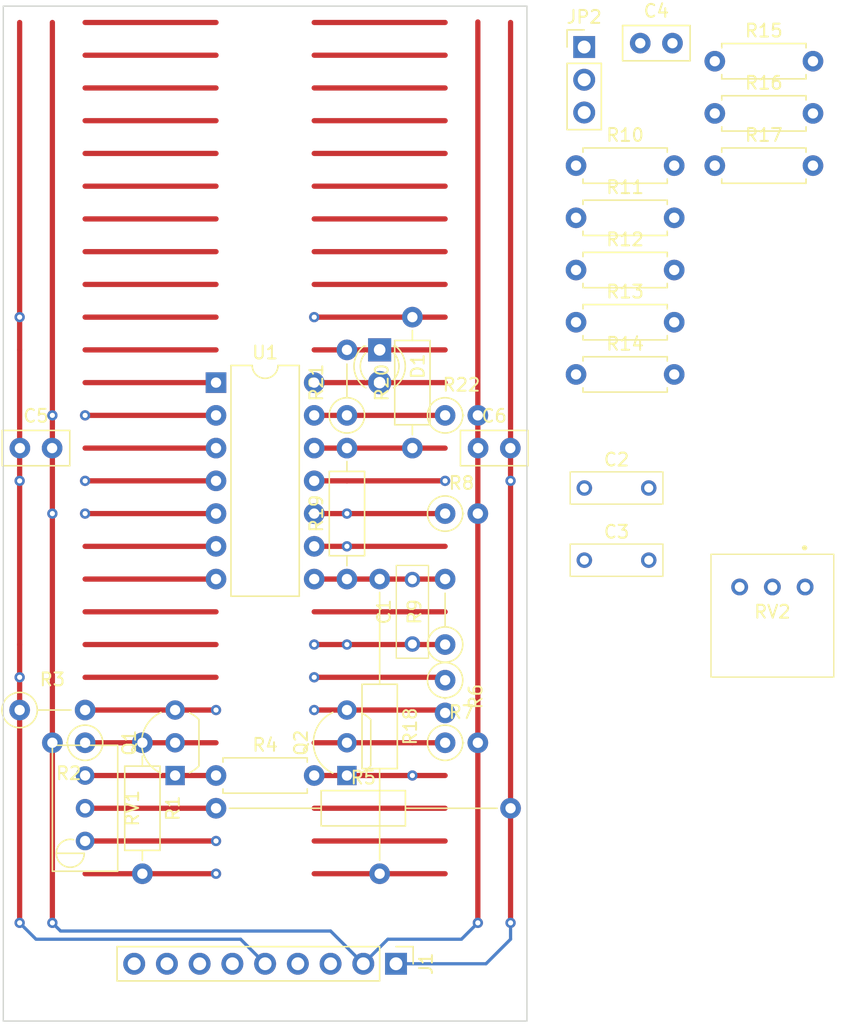
<source format=kicad_pcb>
(kicad_pcb (version 20240108) (generator "pcbnew") (generator_version "8.0")
  (title_block (title "Eurorack ProtoModule") (date "2024-04-26") (rev "1.0") (company "Len Popp") (comment 1 "https://lenp.net/synth/") (comment 2 "Copyright © 2024 Len Popp CC BY") (comment 3 "Layout design for my custom Eurorack breadboard prototyping module"))
  (layers (0 "F.Cu" signal) (1 "In1.Cu" jumper "Wire1.Cu") (2 "In2.Cu" jumper "Wire2.Cu") (3 "In3.Cu" jumper "Wire3.Cu") (4 "In4.Cu" jumper "Wire4.Cu") (31 "B.Cu" signal) (34 "B.Paste" user) (35 "F.Paste" user) (36 "B.SilkS" user "B.Silkscreen") (37 "F.SilkS" user "F.Silkscreen") (38 "B.Mask" user) (39 "F.Mask" user) (44 "Edge.Cuts" user))
  (net 0 "")
  (net 1 "+12V")
  (net 2 "GND")
  (net 3 "-12V")
  (net 4 "+5V")
  (net 5 "Net-(C1-Pad2)")
  (net 6 "Net-(Q1-C)")
  (net 7 "Net-(U1B--)")
  (net 8 "Net-(JP2-A)")
  (net 9 "Net-(JP2-B)")
  (net 10 "Net-(C4-Pad2)")
  (net 11 "Net-(D1-K)")
  (net 12 "Net-(D1-A)")
  (net 13 "IN")
  (net 16 "OUT")
  (net 18 "Net-(Q1-E)")
  (net 19 "Net-(Q2-B)")
  (net 20 "Net-(Q2-C)")
  (net 21 "Net-(Q2-E)")
  (net 22 "Net-(R5-Pad1)")
  (net 23 "Net-(R10-Pad1)")
  (net 24 "OUT-SQUARE")
  (net 25 "OUT-TRI")
  (net 26 "OUT-SINE")
  (net 27 "Net-(U1D-+)")
  (net 28 "Net-(U1D--)")
  (net 29 "Net-(U1A-+)")
  (net 30 "Net-(Q1-B)")
  (footprint "Connector_PinHeader_2.54mm:PinHeader_1x09_P2.54mm_Vertical" (layer "F.Cu") (at 113.03 98.425 -90)
    (property "Reference" "J1" (at 0 -2.33 90) (layer "F.SilkS"))
    (property "Value" "Conn_01x09")
    (fp_line (start -1.33 21.65) (end 1.33 21.65) (stroke (width 0.12)) (layer "F.SilkS"))
    (fp_line (start -1.33 1.27) (end -1.33 21.65) (stroke (width 0.12)) (layer "F.SilkS"))
    (fp_line (start -1.33 1.27) (end 1.33 1.27) (stroke (width 0.12)) (layer "F.SilkS"))
    (fp_line (start 1.33 1.27) (end 1.33 21.65) (stroke (width 0.12)) (layer "F.SilkS"))
    (fp_line (start -1.33 0) (end -1.33 -1.33) (stroke (width 0.12)) (layer "F.SilkS"))
    (fp_line (start -1.33 -1.33) (end 0 -1.33) (stroke (width 0.12)) (layer "F.SilkS"))
    (pad "1" thru_hole rect (at 0 0 270) (size 1.7 1.7) (drill 1) (layers "*.Cu" "*.Mask") (net 3 "-12V"))
    (pad "2" thru_hole oval (at 0 2.54 270) (size 1.7 1.7) (drill 1) (layers "*.Cu" "*.Mask") (net 2 "GND"))
    (pad "3" thru_hole oval (at 0 5.08 270) (size 1.7 1.7) (drill 1) (layers "*.Cu" "*.Mask") (net 16 "OUT"))
    (pad "4" thru_hole oval (at 0 7.62 270) (size 1.7 1.7) (drill 1) (layers "*.Cu" "*.Mask") (net 13 "IN"))
    (pad "5" thru_hole oval (at 0 10.16 270) (size 1.7 1.7) (drill 1) (layers "*.Cu" "*.Mask") (net 1 "+12V"))
    (pad "6" thru_hole oval (at 0 12.7 270) (size 1.7 1.7) (drill 1) (layers "*.Cu" "*.Mask"))
    (pad "7" thru_hole oval (at 0 15.24 270) (size 1.7 1.7) (drill 1) (layers "*.Cu" "*.Mask") (net 4 "+5V"))
    (pad "8" thru_hole oval (at 0 17.78 270) (size 1.7 1.7) (drill 1) (layers "*.Cu" "*.Mask"))
    (pad "9" thru_hole oval (at 0 20.32 270) (size 1.7 1.7) (drill 1) (layers "*.Cu" "*.Mask"))
  )
  (footprint "-lmp-misc:R_Axial_DIN0207_L6.3mm_D2.5mm_P7.62mm_Horizontal" (layer "F.Cu") (at 127 48.655)
    (property "Reference" "R13" (at 3.81 -2.37 0) (layer "F.SilkS"))
    (property "Value" "4M7")
    (fp_line (start 0.54 -1.37) (end 7.08 -1.37) (stroke (width 0.12)) (layer "F.SilkS"))
    (fp_line (start 0.54 -1.04) (end 0.54 -1.37) (stroke (width 0.12)) (layer "F.SilkS"))
    (fp_line (start 0.54 1.04) (end 0.54 1.37) (stroke (width 0.12)) (layer "F.SilkS"))
    (fp_line (start 0.54 1.37) (end 7.08 1.37) (stroke (width 0.12)) (layer "F.SilkS"))
    (fp_line (start 7.08 -1.37) (end 7.08 -1.04) (stroke (width 0.12)) (layer "F.SilkS"))
    (fp_line (start 7.08 1.37) (end 7.08 1.04) (stroke (width 0.12)) (layer "F.SilkS"))
    (pad "1" thru_hole circle (at 0 0) (size 1.6 1.6) (drill 0.8) (layers "*.Cu" "*.Mask") (net 1 "+12V"))
    (pad "2" thru_hole oval (at 7.62 0) (size 1.6 1.6) (drill 0.8) (layers "*.Cu" "*.Mask") (net 29 "Net-(U1A-+)"))
  )
  (footprint "-lmp-misc:R_Axial_DIN0207_L6.3mm_D2.5mm_P7.62mm_Horizontal" (layer "F.Cu") (at 137.77 36.505)
    (property "Reference" "R17" (at 3.81 -2.37 0) (layer "F.SilkS"))
    (property "Value" "11K")
    (fp_line (start 0.54 -1.37) (end 7.08 -1.37) (stroke (width 0.12)) (layer "F.SilkS"))
    (fp_line (start 0.54 -1.04) (end 0.54 -1.37) (stroke (width 0.12)) (layer "F.SilkS"))
    (fp_line (start 0.54 1.04) (end 0.54 1.37) (stroke (width 0.12)) (layer "F.SilkS"))
    (fp_line (start 0.54 1.37) (end 7.08 1.37) (stroke (width 0.12)) (layer "F.SilkS"))
    (fp_line (start 7.08 -1.37) (end 7.08 -1.04) (stroke (width 0.12)) (layer "F.SilkS"))
    (fp_line (start 7.08 1.37) (end 7.08 1.04) (stroke (width 0.12)) (layer "F.SilkS"))
    (pad "1" thru_hole circle (at 0 0) (size 1.6 1.6) (drill 0.8) (layers "*.Cu" "*.Mask") (net 25 "OUT-TRI"))
    (pad "2" thru_hole oval (at 7.62 0) (size 1.6 1.6) (drill 0.8) (layers "*.Cu" "*.Mask") (net 2 "GND"))
  )
  (footprint "-lmp-stripboard:SB_Gen_1" (layer "F.Cu") (at 116.84 81.28)
    (property "Reference" "R7" (at 1.27 -2.37 0) (layer "F.SilkS"))
    (property "Value" "470R")
    (fp_line (start 1.37 0) (end 1.44 0) (stroke (width 0.12)) (layer "F.SilkS"))
    (fp_circle (center 0 0) (end 1.37 0) (stroke (width 0.12)) (fill none) (layer "F.SilkS"))
    (pad "1" thru_hole circle (at 0 0) (size 1.6 1.6) (drill 0.8) (layers "*.Cu" "*.Mask") (net 19 "Net-(Q2-B)"))
    (pad "2" thru_hole oval (at 2.54 0) (size 1.6 1.6) (drill 0.8) (layers "*.Cu" "*.Mask") (net 2 "GND"))
  )
  (footprint "-lmp-stripboard:SB_Gen_1" (layer "F.Cu") (at 116.84 63.5)
    (property "Reference" "R8" (at 1.27 -2.37 0) (layer "F.SilkS"))
    (property "Value" "36K")
    (fp_line (start 1.37 0) (end 1.44 0) (stroke (width 0.12)) (layer "F.SilkS"))
    (fp_circle (center 0 0) (end 1.37 0) (stroke (width 0.12)) (fill none) (layer "F.SilkS"))
    (pad "1" thru_hole circle (at 0 0) (size 1.6 1.6) (drill 0.8) (layers "*.Cu" "*.Mask") (net 20 "Net-(Q2-C)"))
    (pad "2" thru_hole oval (at 2.54 0) (size 1.6 1.6) (drill 0.8) (layers "*.Cu" "*.Mask") (net 2 "GND"))
  )
  (footprint "-lmp-stripboard:SB_Gen_4" (layer "F.Cu") (at 114.3 58.42 90)
    (property "Reference" "R20" (at 5.08 -2.37 90) (layer "F.SilkS"))
    (property "Value" "220K")
    (fp_line (start 8.35 -1.37) (end 1.81 -1.37) (stroke (width 0.12)) (layer "F.SilkS"))
    (fp_line (start 1.81 -1.37) (end 1.81 1.37) (stroke (width 0.12)) (layer "F.SilkS"))
    (fp_line (start 9.12 0) (end 8.35 0) (stroke (width 0.12)) (layer "F.SilkS"))
    (fp_line (start 1.04 0) (end 1.81 0) (stroke (width 0.12)) (layer "F.SilkS"))
    (fp_line (start 8.35 1.37) (end 8.35 -1.37) (stroke (width 0.12)) (layer "F.SilkS"))
    (fp_line (start 1.81 1.37) (end 8.35 1.37) (stroke (width 0.12)) (layer "F.SilkS"))
    (pad "1" thru_hole circle (at 0 0 90) (size 1.6 1.6) (drill 0.8) (layers "*.Cu" "*.Mask") (net 27 "Net-(U1D-+)"))
    (pad "2" thru_hole oval (at 10.16 0 90) (size 1.6 1.6) (drill 0.8) (layers "*.Cu" "*.Mask") (net 1 "+12V"))
  )
  (footprint "-lmp-misc:R_Axial_DIN0207_L6.3mm_D2.5mm_P7.62mm_Horizontal" (layer "F.Cu") (at 127 44.605)
    (property "Reference" "R12" (at 3.81 -2.37 0) (layer "F.SilkS"))
    (property "Value" "200K")
    (fp_line (start 0.54 -1.37) (end 7.08 -1.37) (stroke (width 0.12)) (layer "F.SilkS"))
    (fp_line (start 0.54 -1.04) (end 0.54 -1.37) (stroke (width 0.12)) (layer "F.SilkS"))
    (fp_line (start 0.54 1.04) (end 0.54 1.37) (stroke (width 0.12)) (layer "F.SilkS"))
    (fp_line (start 0.54 1.37) (end 7.08 1.37) (stroke (width 0.12)) (layer "F.SilkS"))
    (fp_line (start 7.08 -1.37) (end 7.08 -1.04) (stroke (width 0.12)) (layer "F.SilkS"))
    (fp_line (start 7.08 1.37) (end 7.08 1.04) (stroke (width 0.12)) (layer "F.SilkS"))
    (pad "1" thru_hole circle (at 0 0) (size 1.6 1.6) (drill 0.8) (layers "*.Cu" "*.Mask") (net 29 "Net-(U1A-+)"))
    (pad "2" thru_hole oval (at 7.62 0) (size 1.6 1.6) (drill 0.8) (layers "*.Cu" "*.Mask") (net 10 "Net-(C4-Pad2)"))
  )
  (footprint "-lmp-misc:C_Disc_D5.0mm_W2.5mm_P2.50mm" (layer "F.Cu") (at 119.4 58.42)
    (property "Reference" "C6" (at 1.25 -2.5 0) (layer "F.SilkS"))
    (property "Value" "100N")
    (fp_line (start -1.37 -1.37) (end -1.37 1.37) (stroke (width 0.12)) (layer "F.SilkS"))
    (fp_line (start -1.37 -1.37) (end 3.87 -1.37) (stroke (width 0.12)) (layer "F.SilkS"))
    (fp_line (start -1.37 1.37) (end 3.87 1.37) (stroke (width 0.12)) (layer "F.SilkS"))
    (fp_line (start 3.87 -1.37) (end 3.87 1.37) (stroke (width 0.12)) (layer "F.SilkS"))
    (pad "1" thru_hole circle (at 0 0) (size 1.6 1.6) (drill 0.8) (layers "*.Cu" "*.Mask") (net 2 "GND"))
    (pad "2" thru_hole circle (at 2.5 0) (size 1.6 1.6) (drill 0.8) (layers "*.Cu" "*.Mask") (net 3 "-12V"))
  )
  (footprint "-lmp-stripboard:SB_Gen_4" (layer "F.Cu") (at 93.345 81.28 -90)
    (property "Reference" "R1" (at 5.08 -2.37 -90) (layer "F.SilkS"))
    (property "Value" "100K")
    (fp_line (start 1.81 1.37) (end 8.35 1.37) (stroke (width 0.12)) (layer "F.SilkS"))
    (fp_line (start 8.35 1.37) (end 8.35 -1.37) (stroke (width 0.12)) (layer "F.SilkS"))
    (fp_line (start 1.04 0) (end 1.81 0) (stroke (width 0.12)) (layer "F.SilkS"))
    (fp_line (start 9.12 0) (end 8.35 0) (stroke (width 0.12)) (layer "F.SilkS"))
    (fp_line (start 1.81 -1.37) (end 1.81 1.37) (stroke (width 0.12)) (layer "F.SilkS"))
    (fp_line (start 8.35 -1.37) (end 1.81 -1.37) (stroke (width 0.12)) (layer "F.SilkS"))
    (pad "1" thru_hole circle (at 0 0 270) (size 1.6 1.6) (drill 0.8) (layers "*.Cu" "*.Mask") (net 30 "Net-(Q1-B)"))
    (pad "2" thru_hole oval (at 10.16 0 270) (size 1.6 1.6) (drill 0.8) (layers "*.Cu" "*.Mask") (net 13 "IN"))
  )
  (footprint "LED_THT:LED_D3.0mm_Clear" (layer "F.Cu") (at 111.76 50.8 -90)
    (property "Reference" "D1" (at 1.27 -2.96 90) (layer "F.SilkS"))
    (property "Value" "LED")
    (fp_line (start -0.29 1.08) (end -0.29 1.236) (stroke (width 0.12)) (layer "F.SilkS"))
    (fp_line (start -0.29 -1.236) (end -0.29 -1.08) (stroke (width 0.12)) (layer "F.SilkS"))
    (fp_arc (start 2.31113 1.079837) (mid 1.270117 1.5) (end 0.229039 1.08) (stroke (width 0.12)) (layer "F.SilkS"))
    (fp_arc (start 2.942335 1.078608) (mid 1.366487 1.987659) (end -0.29 1.235516) (stroke (width 0.12)) (layer "F.SilkS"))
    (fp_arc (start 0.229039 -1.08) (mid 1.270117 -1.5) (end 2.31113 -1.079837) (stroke (width 0.12)) (layer "F.SilkS"))
    (fp_arc (start -0.29 -1.235516) (mid 1.366487 -1.987659) (end 2.942335 -1.078608) (stroke (width 0.12)) (layer "F.SilkS"))
    (pad "1" thru_hole rect (at 0 0 270) (size 1.8 1.8) (drill 0.9) (layers "*.Cu" "*.Mask") (net 11 "Net-(D1-K)"))
    (pad "2" thru_hole circle (at 2.54 0 270) (size 1.8 1.8) (drill 0.9) (layers "*.Cu" "*.Mask") (net 12 "Net-(D1-A)"))
  )
  (footprint "-lmp-misc:C_Rect_Kemet_L7.2mm_W2.5mm_P5mm" (layer "F.Cu") (at 114.3 73.62 90)
    (property "Reference" "C1" (at 2.5 -2.2 -90) (layer "F.SilkS"))
    (property "Value" "3N3" (hide yes))
    (fp_line (start 6.1 -1.25) (end 6.1 1.25) (stroke (width 0.1)) (layer "F.SilkS"))
    (fp_line (start -1.1 -1.25) (end 6.1 -1.25) (stroke (width 0.1)) (layer "F.SilkS"))
    (fp_line (start 6.1 1.25) (end -1.1 1.25) (stroke (width 0.1)) (layer "F.SilkS"))
    (fp_line (start -1.1 1.25) (end -1.1 -1.25) (stroke (width 0.1)) (layer "F.SilkS"))
    (pad "1" thru_hole circle (at 0 0 90) (size 1.2 1.2) (drill 0.7) (layers "*.Cu" "*.Mask") (net 6 "Net-(Q1-C)"))
    (pad "2" thru_hole circle (at 5 0 90) (size 1.2 1.2) (drill 0.7) (layers "*.Cu" "*.Mask") (net 5 "Net-(C1-Pad2)"))
  )
  (footprint "-lmp-misc:R_Axial_DIN0207_L6.3mm_D2.5mm_P7.62mm_Horizontal" (layer "F.Cu") (at 99.06 83.82)
    (property "Reference" "R4" (at 3.81 -2.37 0) (layer "F.SilkS"))
    (property "Value" "220R")
    (fp_line (start 0.54 -1.37) (end 7.08 -1.37) (stroke (width 0.12)) (layer "F.SilkS"))
    (fp_line (start 0.54 -1.04) (end 0.54 -1.37) (stroke (width 0.12)) (layer "F.SilkS"))
    (fp_line (start 0.54 1.04) (end 0.54 1.37) (stroke (width 0.12)) (layer "F.SilkS"))
    (fp_line (start 0.54 1.37) (end 7.08 1.37) (stroke (width 0.12)) (layer "F.SilkS"))
    (fp_line (start 7.08 -1.37) (end 7.08 -1.04) (stroke (width 0.12)) (layer "F.SilkS"))
    (fp_line (start 7.08 1.37) (end 7.08 1.04) (stroke (width 0.12)) (layer "F.SilkS"))
    (pad "1" thru_hole circle (at 0 0) (size 1.6 1.6) (drill 0.8) (layers "*.Cu" "*.Mask") (net 18 "Net-(Q1-E)"))
    (pad "2" thru_hole oval (at 7.62 0) (size 1.6 1.6) (drill 0.8) (layers "*.Cu" "*.Mask") (net 21 "Net-(Q2-E)"))
  )
  (footprint "-lmp-stripboard:SB_Gen_1" (layer "F.Cu") (at 88.9 81.28 180)
    (property "Reference" "R2" (at 1.27 -2.37 180) (layer "F.SilkS"))
    (property "Value" "2K2")
    (fp_line (start 1.37 0) (end 1.44 0) (stroke (width 0.12)) (layer "F.SilkS"))
    (fp_circle (center 0 0) (end 1.37 0) (stroke (width 0.12)) (fill none) (layer "F.SilkS"))
    (pad "1" thru_hole circle (at 0 0 180) (size 1.6 1.6) (drill 0.8) (layers "*.Cu" "*.Mask") (net 30 "Net-(Q1-B)"))
    (pad "2" thru_hole oval (at 2.54 0 180) (size 1.6 1.6) (drill 0.8) (layers "*.Cu" "*.Mask") (net 2 "GND"))
  )
  (footprint "-lmp-misc:R_Axial_DIN0207_L6.3mm_D2.5mm_P7.62mm_Horizontal" (layer "F.Cu") (at 127 36.505)
    (property "Reference" "R10" (at 3.81 -2.37 0) (layer "F.SilkS"))
    (property "Value" "300K")
    (fp_line (start 0.54 -1.37) (end 7.08 -1.37) (stroke (width 0.12)) (layer "F.SilkS"))
    (fp_line (start 0.54 -1.04) (end 0.54 -1.37) (stroke (width 0.12)) (layer "F.SilkS"))
    (fp_line (start 0.54 1.04) (end 0.54 1.37) (stroke (width 0.12)) (layer "F.SilkS"))
    (fp_line (start 0.54 1.37) (end 7.08 1.37) (stroke (width 0.12)) (layer "F.SilkS"))
    (fp_line (start 7.08 -1.37) (end 7.08 -1.04) (stroke (width 0.12)) (layer "F.SilkS"))
    (fp_line (start 7.08 1.37) (end 7.08 1.04) (stroke (width 0.12)) (layer "F.SilkS"))
    (pad "1" thru_hole circle (at 0 0) (size 1.6 1.6) (drill 0.8) (layers "*.Cu" "*.Mask") (net 23 "Net-(R10-Pad1)"))
    (pad "2" thru_hole oval (at 7.62 0) (size 1.6 1.6) (drill 0.8) (layers "*.Cu" "*.Mask") (net 7 "Net-(U1B--)"))
  )
  (footprint "-lmp-synth:Potentiometer_Bourns_3296W_Vertical" (layer "F.Cu") (at 88.9 88.9 -90)
    (property "Reference" "RV1" (at -2.54 -3.66 90) (layer "F.SilkS"))
    (property "Value" "25K")
    (fp_line (start -7.425 2.54) (end 2.345 2.54) (stroke (width 0.12)) (layer "F.SilkS"))
    (fp_line (start 0.955 2.235) (end 0.956 0.066) (stroke (width 0.12)) (layer "F.SilkS"))
    (fp_line (start -7.425 -2.53) (end -7.425 2.54) (stroke (width 0.12)) (layer "F.SilkS"))
    (fp_line (start -7.425 -2.53) (end 2.345 -2.53) (stroke (width 0.12)) (layer "F.SilkS"))
    (fp_line (start 2.345 -2.53) (end 2.345 2.54) (stroke (width 0.12)) (layer "F.SilkS"))
    (fp_arc (start 0.956 0.066) (mid 1.627819 2.001457) (end -0.09969 0.900073) (stroke (width 0.12)) (layer "F.SilkS"))
    (pad "1" thru_hole circle (at 0 0 270) (size 1.44 1.44) (drill 0.8) (layers "*.Cu" "*.Mask") (net 21 "Net-(Q2-E)"))
    (pad "2" thru_hole circle (at -2.54 0 270) (size 1.44 1.44) (drill 0.8) (layers "*.Cu" "*.Mask") (net 22 "Net-(R5-Pad1)"))
    (pad "3" thru_hole circle (at -5.08 0 270) (size 1.44 1.44) (drill 0.8) (layers "*.Cu" "*.Mask") (net 18 "Net-(Q1-E)"))
  )
  (footprint "-lmp-misc:R_Axial_DIN0207_L6.3mm_D2.5mm_P7.62mm_Horizontal" (layer "F.Cu") (at 137.77 28.405)
    (property "Reference" "R15" (at 3.81 -2.37 0) (layer "F.SilkS"))
    (property "Value" "9K")
    (fp_line (start 0.54 -1.37) (end 7.08 -1.37) (stroke (width 0.12)) (layer "F.SilkS"))
    (fp_line (start 0.54 -1.04) (end 0.54 -1.37) (stroke (width 0.12)) (layer "F.SilkS"))
    (fp_line (start 0.54 1.04) (end 0.54 1.37) (stroke (width 0.12)) (layer "F.SilkS"))
    (fp_line (start 0.54 1.37) (end 7.08 1.37) (stroke (width 0.12)) (layer "F.SilkS"))
    (fp_line (start 7.08 -1.37) (end 7.08 -1.04) (stroke (width 0.12)) (layer "F.SilkS"))
    (fp_line (start 7.08 1.37) (end 7.08 1.04) (stroke (width 0.12)) (layer "F.SilkS"))
    (pad "1" thru_hole circle (at 0 0) (size 1.6 1.6) (drill 0.8) (layers "*.Cu" "*.Mask") (net 24 "OUT-SQUARE"))
    (pad "2" thru_hole oval (at 7.62 0) (size 1.6 1.6) (drill 0.8) (layers "*.Cu" "*.Mask") (net 2 "GND"))
  )
  (footprint "-lmp-misc:R_Axial_DIN0207_L6.3mm_D2.5mm_P7.62mm_Horizontal" (layer "F.Cu") (at 127 52.705)
    (property "Reference" "R14" (at 3.81 -2.37 0) (layer "F.SilkS"))
    (property "Value" "12K")
    (fp_line (start 0.54 -1.37) (end 7.08 -1.37) (stroke (width 0.12)) (layer "F.SilkS"))
    (fp_line (start 0.54 -1.04) (end 0.54 -1.37) (stroke (width 0.12)) (layer "F.SilkS"))
    (fp_line (start 0.54 1.04) (end 0.54 1.37) (stroke (width 0.12)) (layer "F.SilkS"))
    (fp_line (start 0.54 1.37) (end 7.08 1.37) (stroke (width 0.12)) (layer "F.SilkS"))
    (fp_line (start 7.08 -1.37) (end 7.08 -1.04) (stroke (width 0.12)) (layer "F.SilkS"))
    (fp_line (start 7.08 1.37) (end 7.08 1.04) (stroke (width 0.12)) (layer "F.SilkS"))
    (pad "1" thru_hole circle (at 0 0) (size 1.6 1.6) (drill 0.8) (layers "*.Cu" "*.Mask") (net 10 "Net-(C4-Pad2)"))
    (pad "2" thru_hole oval (at 7.62 0) (size 1.6 1.6) (drill 0.8) (layers "*.Cu" "*.Mask") (net 24 "OUT-SQUARE"))
  )
  (footprint "-lmp-stripboard:SB_Gen_4" (layer "F.Cu") (at 109.22 68.58 90)
    (property "Reference" "R19" (at 5.08 -2.37 270) (layer "F.SilkS"))
    (property "Value" "100K")
    (fp_line (start 8.35 -1.37) (end 1.81 -1.37) (stroke (width 0.12)) (layer "F.SilkS"))
    (fp_line (start 1.81 -1.37) (end 1.81 1.37) (stroke (width 0.12)) (layer "F.SilkS"))
    (fp_line (start 9.12 0) (end 8.35 0) (stroke (width 0.12)) (layer "F.SilkS"))
    (fp_line (start 1.04 0) (end 1.81 0) (stroke (width 0.12)) (layer "F.SilkS"))
    (fp_line (start 8.35 1.37) (end 8.35 -1.37) (stroke (width 0.12)) (layer "F.SilkS"))
    (fp_line (start 1.81 1.37) (end 8.35 1.37) (stroke (width 0.12)) (layer "F.SilkS"))
    (pad "1" thru_hole circle (at 0 0 90) (size 1.6 1.6) (drill 0.8) (layers "*.Cu" "*.Mask") (net 5 "Net-(C1-Pad2)"))
    (pad "2" thru_hole oval (at 10.16 0 90) (size 1.6 1.6) (drill 0.8) (layers "*.Cu" "*.Mask") (net 27 "Net-(U1D-+)"))
  )
  (footprint "-lmp-stripboard:SB_Gen_2" (layer "F.Cu") (at 83.82 78.74)
    (property "Reference" "R3" (at 2.54 -2.37 0) (layer "F.SilkS"))
    (property "Value" "10K")
    (fp_line (start 1.37 0) (end 3.98 0) (stroke (width 0.12)) (layer "F.SilkS"))
    (fp_circle (center 0 0) (end 1.37 0) (stroke (width 0.12)) (fill none) (layer "F.SilkS"))
    (pad "1" thru_hole circle (at 0 0) (size 1.6 1.6) (drill 0.8) (layers "*.Cu" "*.Mask") (net 1 "+12V"))
    (pad "2" thru_hole oval (at 5.08 0) (size 1.6 1.6) (drill 0.8) (layers "*.Cu" "*.Mask") (net 6 "Net-(Q1-C)"))
  )
  (footprint "-lmp-misc:R_Axial_DIN0207_L6.3mm_D2.5mm_P7.62mm_Horizontal" (layer "F.Cu") (at 137.77 32.455)
    (property "Reference" "R16" (at 3.81 -2.37 0) (layer "F.SilkS"))
    (property "Value" "2K2")
    (fp_line (start 0.54 -1.37) (end 7.08 -1.37) (stroke (width 0.12)) (layer "F.SilkS"))
    (fp_line (start 0.54 -1.04) (end 0.54 -1.37) (stroke (width 0.12)) (layer "F.SilkS"))
    (fp_line (start 0.54 1.04) (end 0.54 1.37) (stroke (width 0.12)) (layer "F.SilkS"))
    (fp_line (start 0.54 1.37) (end 7.08 1.37) (stroke (width 0.12)) (layer "F.SilkS"))
    (fp_line (start 7.08 -1.37) (end 7.08 -1.04) (stroke (width 0.12)) (layer "F.SilkS"))
    (fp_line (start 7.08 1.37) (end 7.08 1.04) (stroke (width 0.12)) (layer "F.SilkS"))
    (pad "1" thru_hole circle (at 0 0) (size 1.6 1.6) (drill 0.8) (layers "*.Cu" "*.Mask") (net 13 "IN"))
    (pad "2" thru_hole oval (at 7.62 0) (size 1.6 1.6) (drill 0.8) (layers "*.Cu" "*.Mask") (net 25 "OUT-TRI"))
  )
  (footprint "Package_DIP:DIP-14_W7.62mm" (layer "F.Cu") (at 99.06 53.34)
    (property "Reference" "U1" (at 3.81 -2.33 0) (layer "F.SilkS"))
    (property "Value" "TL074")
    (fp_line (start 1.16 -1.33) (end 1.16 16.57) (stroke (width 0.12)) (layer "F.SilkS"))
    (fp_line (start 1.16 16.57) (end 6.46 16.57) (stroke (width 0.12)) (layer "F.SilkS"))
    (fp_line (start 2.81 -1.33) (end 1.16 -1.33) (stroke (width 0.12)) (layer "F.SilkS"))
    (fp_line (start 6.46 -1.33) (end 4.81 -1.33) (stroke (width 0.12)) (layer "F.SilkS"))
    (fp_line (start 6.46 16.57) (end 6.46 -1.33) (stroke (width 0.12)) (layer "F.SilkS"))
    (fp_arc (start 4.81 -1.33) (mid 3.81 -0.33) (end 2.81 -1.33) (stroke (width 0.12)) (layer "F.SilkS"))
    (pad "1" thru_hole rect (at 0 0) (size 1.6 1.6) (drill 0.8) (layers "*.Cu" "*.Mask") (net 10 "Net-(C4-Pad2)"))
    (pad "2" thru_hole oval (at 0 2.54) (size 1.6 1.6) (drill 0.8) (layers "*.Cu" "*.Mask") (net 2 "GND"))
    (pad "3" thru_hole oval (at 0 5.08) (size 1.6 1.6) (drill 0.8) (layers "*.Cu" "*.Mask") (net 29 "Net-(U1A-+)"))
    (pad "4" thru_hole oval (at 0 7.62) (size 1.6 1.6) (drill 0.8) (layers "*.Cu" "*.Mask") (net 1 "+12V"))
    (pad "5" thru_hole oval (at 0 10.16) (size 1.6 1.6) (drill 0.8) (layers "*.Cu" "*.Mask") (net 2 "GND"))
    (pad "6" thru_hole oval (at 0 12.7) (size 1.6 1.6) (drill 0.8) (layers "*.Cu" "*.Mask") (net 7 "Net-(U1B--)"))
    (pad "7" thru_hole oval (at 0 15.24) (size 1.6 1.6) (drill 0.8) (layers "*.Cu" "*.Mask") (net 13 "IN"))
    (pad "8" thru_hole oval (at 7.62 15.24) (size 1.6 1.6) (drill 0.8) (layers "*.Cu" "*.Mask") (net 5 "Net-(C1-Pad2)"))
    (pad "9" thru_hole oval (at 7.62 12.7) (size 1.6 1.6) (drill 0.8) (layers "*.Cu" "*.Mask") (net 6 "Net-(Q1-C)"))
    (pad "10" thru_hole oval (at 7.62 10.16) (size 1.6 1.6) (drill 0.8) (layers "*.Cu" "*.Mask") (net 20 "Net-(Q2-C)"))
    (pad "11" thru_hole oval (at 7.62 7.62) (size 1.6 1.6) (drill 0.8) (layers "*.Cu" "*.Mask") (net 3 "-12V"))
    (pad "12" thru_hole oval (at 7.62 5.08) (size 1.6 1.6) (drill 0.8) (layers "*.Cu" "*.Mask") (net 27 "Net-(U1D-+)"))
    (pad "13" thru_hole oval (at 7.62 2.54) (size 1.6 1.6) (drill 0.8) (layers "*.Cu" "*.Mask") (net 28 "Net-(U1D--)"))
    (pad "14" thru_hole oval (at 7.62 0) (size 1.6 1.6) (drill 0.8) (layers "*.Cu" "*.Mask") (net 12 "Net-(D1-A)"))
  )
  (footprint "-lmp-stripboard:SB_Gen_9" (layer "F.Cu") (at 99.06 86.36)
    (property "Reference" "R5" (at 11.43 -2.37 0) (layer "F.SilkS"))
    (property "Value" "68K")
    (fp_line (start 1.04 0) (end 8.16 0) (stroke (width 0.12)) (layer "F.SilkS"))
    (fp_line (start 8.16 -1.37) (end 8.16 1.37) (stroke (width 0.12)) (layer "F.SilkS"))
    (fp_line (start 8.16 1.37) (end 14.7 1.37) (stroke (width 0.12)) (layer "F.SilkS"))
    (fp_line (start 14.7 -1.37) (end 8.16 -1.37) (stroke (width 0.12)) (layer "F.SilkS"))
    (fp_line (start 14.7 1.37) (end 14.7 -1.37) (stroke (width 0.12)) (layer "F.SilkS"))
    (fp_line (start 21.82 0) (end 14.7 0) (stroke (width 0.12)) (layer "F.SilkS"))
    (pad "1" thru_hole circle (at 0 0) (size 1.6 1.6) (drill 0.8) (layers "*.Cu" "*.Mask") (net 22 "Net-(R5-Pad1)"))
    (pad "2" thru_hole oval (at 22.86 0) (size 1.6 1.6) (drill 0.8) (layers "*.Cu" "*.Mask") (net 3 "-12V"))
  )
  (footprint "-lmp-misc:R_Axial_DIN0207_L6.3mm_D2.5mm_P7.62mm_Horizontal" (layer "F.Cu") (at 127 40.555)
    (property "Reference" "R11" (at 3.81 -2.37 0) (layer "F.SilkS"))
    (property "Value" "100K")
    (fp_line (start 0.54 -1.37) (end 7.08 -1.37) (stroke (width 0.12)) (layer "F.SilkS"))
    (fp_line (start 0.54 -1.04) (end 0.54 -1.37) (stroke (width 0.12)) (layer "F.SilkS"))
    (fp_line (start 0.54 1.04) (end 0.54 1.37) (stroke (width 0.12)) (layer "F.SilkS"))
    (fp_line (start 0.54 1.37) (end 7.08 1.37) (stroke (width 0.12)) (layer "F.SilkS"))
    (fp_line (start 7.08 -1.37) (end 7.08 -1.04) (stroke (width 0.12)) (layer "F.SilkS"))
    (fp_line (start 7.08 1.37) (end 7.08 1.04) (stroke (width 0.12)) (layer "F.SilkS"))
    (pad "1" thru_hole circle (at 0 0) (size 1.6 1.6) (drill 0.8) (layers "*.Cu" "*.Mask") (net 13 "IN"))
    (pad "2" thru_hole oval (at 7.62 0) (size 1.6 1.6) (drill 0.8) (layers "*.Cu" "*.Mask") (net 29 "Net-(U1A-+)"))
  )
  (footprint "-lmp-misc:C_Disc_D5.0mm_W2.5mm_P2.50mm" (layer "F.Cu") (at 83.84 58.42)
    (property "Reference" "C5" (at 1.25 -2.5 0) (layer "F.SilkS"))
    (property "Value" "100N")
    (fp_line (start -1.37 -1.37) (end -1.37 1.37) (stroke (width 0.12)) (layer "F.SilkS"))
    (fp_line (start -1.37 -1.37) (end 3.87 -1.37) (stroke (width 0.12)) (layer "F.SilkS"))
    (fp_line (start -1.37 1.37) (end 3.87 1.37) (stroke (width 0.12)) (layer "F.SilkS"))
    (fp_line (start 3.87 -1.37) (end 3.87 1.37) (stroke (width 0.12)) (layer "F.SilkS"))
    (pad "1" thru_hole circle (at 0 0) (size 1.6 1.6) (drill 0.8) (layers "*.Cu" "*.Mask") (net 1 "+12V"))
    (pad "2" thru_hole circle (at 2.5 0) (size 1.6 1.6) (drill 0.8) (layers "*.Cu" "*.Mask") (net 2 "GND"))
  )
  (footprint "-lmp-stripboard:SB_Gen_1" (layer "F.Cu") (at 116.84 76.425 -90)
    (property "Reference" "R6" (at 1.27 -2.37 -90) (layer "F.SilkS"))
    (property "Value" "10K")
    (fp_line (start 1.37 0) (end 1.44 0) (stroke (width 0.12)) (layer "F.SilkS"))
    (fp_circle (center 0 0) (end 1.37 0) (stroke (width 0.12)) (fill none) (layer "F.SilkS"))
    (pad "1" thru_hole circle (at 0 0 270) (size 1.6 1.6) (drill 0.8) (layers "*.Cu" "*.Mask") (net 1 "+12V"))
    (pad "2" thru_hole oval (at 2.54 0 270) (size 1.6 1.6) (drill 0.8) (layers "*.Cu" "*.Mask") (net 20 "Net-(Q2-C)"))
  )
  (footprint "-lmp-misc:TO-92_Inline_Wide" (layer "F.Cu") (at 95.885 83.82 90)
    (property "Reference" "Q1" (at 2.54 -3.56 -90) (layer "F.SilkS"))
    (property "Value" "2N3904")
    (fp_line (start 0.74 1.85) (end 4.34 1.85) (stroke (width 0.12)) (layer "F.SilkS"))
    (fp_arc (start 2.54 -2.6) (mid 3.936979 -2.192818) (end 4.8964 -1.098807) (stroke (width 0.12)) (layer "F.SilkS"))
    (fp_arc (start 0.1836 -1.098807) (mid 1.143021 -2.192817) (end 2.54 -2.6) (stroke (width 0.12)) (layer "F.SilkS"))
    (fp_arc (start 4.864184 1.122795) (mid 4.633903 1.509328) (end 4.34 1.85) (stroke (width 0.12)) (layer "F.SilkS"))
    (fp_arc (start 0.74 1.85) (mid 0.446097 1.509328) (end 0.215816 1.122795) (stroke (width 0.12)) (layer "F.SilkS"))
    (pad "1" thru_hole rect (at 0 0 90) (size 1.5 1.5) (drill 0.8) (layers "*.Cu" "*.Mask") (net 18 "Net-(Q1-E)"))
    (pad "2" thru_hole circle (at 2.54 0 90) (size 1.5 1.5) (drill 0.8) (layers "*.Cu" "*.Mask") (net 30 "Net-(Q1-B)"))
    (pad "3" thru_hole circle (at 5.08 0 90) (size 1.5 1.5) (drill 0.8) (layers "*.Cu" "*.Mask") (net 6 "Net-(Q1-C)"))
  )
  (footprint "-lmp-misc:C_Disc_D5.0mm_W2.5mm_P2.50mm" (layer "F.Cu") (at 131.985 27.005)
    (property "Reference" "C4" (at 1.25 -2.5 0) (layer "F.SilkS"))
    (property "Value" "47P")
    (fp_line (start -1.37 -1.37) (end -1.37 1.37) (stroke (width 0.12)) (layer "F.SilkS"))
    (fp_line (start -1.37 -1.37) (end 3.87 -1.37) (stroke (width 0.12)) (layer "F.SilkS"))
    (fp_line (start -1.37 1.37) (end 3.87 1.37) (stroke (width 0.12)) (layer "F.SilkS"))
    (fp_line (start 3.87 -1.37) (end 3.87 1.37) (stroke (width 0.12)) (layer "F.SilkS"))
    (pad "1" thru_hole circle (at 0 0) (size 1.6 1.6) (drill 0.8) (layers "*.Cu" "*.Mask") (net 29 "Net-(U1A-+)"))
    (pad "2" thru_hole circle (at 2.5 0) (size 1.6 1.6) (drill 0.8) (layers "*.Cu" "*.Mask") (net 10 "Net-(C4-Pad2)"))
  )
  (footprint "-lmp-misc:Potentiometer_Bourns_3310R_Top" (layer "F.Cu") (at 142.24 71.12)
    (property "Reference" "RV2" (at 0 0 0) (layer "F.SilkS"))
    (property "Value" "100K" (hide yes))
    (fp_line (start -4.765 -4.465) (end 4.765 -4.465) (stroke (width 0.1)) (layer "F.SilkS"))
    (fp_line (start -4.765 5.065) (end -4.765 -4.465) (stroke (width 0.1)) (layer "F.SilkS"))
    (fp_line (start 2.4 -4.965) (end 2.4 -4.965) (stroke (width 0.2)) (layer "F.SilkS"))
    (fp_line (start 2.6 -4.965) (end 2.6 -4.965) (stroke (width 0.2)) (layer "F.SilkS"))
    (fp_line (start 4.765 -4.465) (end 4.765 5.065) (stroke (width 0.1)) (layer "F.SilkS"))
    (fp_line (start 4.765 5.065) (end -4.765 5.065) (stroke (width 0.1)) (layer "F.SilkS"))
    (fp_arc (start 2.4 -4.965) (mid 2.5 -5.065) (end 2.6 -4.965) (stroke (width 0.2)) (layer "F.SilkS"))
    (fp_arc (start 2.6 -4.965) (mid 2.5 -4.865) (end 2.4 -4.965) (stroke (width 0.2)) (layer "F.SilkS"))
    (pad "1" thru_hole circle (at 2.54 -1.925) (size 1.302857 1.302857) (drill 0.76) (layers "*.Cu" "*.Mask") (net 2 "GND"))
    (pad "2" thru_hole circle (at 0 -1.925) (size 1.302857 1.302857) (drill 0.76) (layers "*.Cu" "*.Mask") (net 23 "Net-(R10-Pad1)"))
    (pad "3" thru_hole circle (at -2.54 -1.925) (size 1.302857 1.302857) (drill 0.76) (layers "*.Cu" "*.Mask") (net 10 "Net-(C4-Pad2)"))
  )
  (footprint "-lmp-misc:PinHeader_1x03_P2.54mm_Vertical" (layer "F.Cu") (at 127.635 27.305)
    (property "Reference" "JP2" (at 0 -2.33 0) (layer "F.SilkS"))
    (property "Value" "RANGE")
    (fp_line (start -1.33 -1.33) (end 0 -1.33) (stroke (width 0.12)) (layer "F.SilkS"))
    (fp_line (start -1.33 0) (end -1.33 -1.33) (stroke (width 0.12)) (layer "F.SilkS"))
    (fp_line (start -1.33 1.27) (end -1.33 6.41) (stroke (width 0.12)) (layer "F.SilkS"))
    (fp_line (start -1.33 1.27) (end 1.33 1.27) (stroke (width 0.12)) (layer "F.SilkS"))
    (fp_line (start -1.33 6.41) (end 1.33 6.41) (stroke (width 0.12)) (layer "F.SilkS"))
    (fp_line (start 1.33 1.27) (end 1.33 6.41) (stroke (width 0.12)) (layer "F.SilkS"))
    (pad "1" thru_hole rect (at 0 0) (size 1.7 1.7) (drill 1) (layers "*.Cu" "*.Mask") (net 8 "Net-(JP2-A)"))
    (pad "2" thru_hole oval (at 0 2.54) (size 1.7 1.7) (drill 1) (layers "*.Cu" "*.Mask") (net 13 "IN"))
    (pad "3" thru_hole oval (at 0 5.08) (size 1.7 1.7) (drill 1) (layers "*.Cu" "*.Mask") (net 9 "Net-(JP2-B)"))
  )
  (footprint "-lmp-stripboard:SB_Gen_1" (layer "F.Cu") (at 116.84 55.88)
    (property "Reference" "R22" (at 1.27 -2.37 360) (layer "F.SilkS"))
    (property "Value" "1K")
    (fp_line (start 1.37 0) (end 1.44 0) (stroke (width 0.12)) (layer "F.SilkS"))
    (fp_circle (center 0 0) (end 1.37 0) (stroke (width 0.12)) (fill none) (layer "F.SilkS"))
    (pad "1" thru_hole circle (at 0 0) (size 1.6 1.6) (drill 0.8) (layers "*.Cu" "*.Mask") (net 28 "Net-(U1D--)"))
    (pad "2" thru_hole oval (at 2.54 0) (size 1.6 1.6) (drill 0.8) (layers "*.Cu" "*.Mask") (net 2 "GND"))
  )
  (footprint "-lmp-stripboard:SB_Gen_2" (layer "F.Cu") (at 109.22 55.88 90)
    (property "Reference" "R21" (at 2.54 -2.37 90) (layer "F.SilkS"))
    (property "Value" "200R")
    (fp_line (start 1.37 0) (end 3.98 0) (stroke (width 0.12)) (layer "F.SilkS"))
    (fp_circle (center 0 0) (end 1.37 0) (stroke (width 0.12)) (fill none) (layer "F.SilkS"))
    (pad "1" thru_hole circle (at 0 0 90) (size 1.6 1.6) (drill 0.8) (layers "*.Cu" "*.Mask") (net 28 "Net-(U1D--)"))
    (pad "2" thru_hole oval (at 5.08 0 90) (size 1.6 1.6) (drill 0.8) (layers "*.Cu" "*.Mask") (net 11 "Net-(D1-K)"))
  )
  (footprint "-lmp-misc:C_Rect_Kemet_L7.2mm_W2.5mm_P5mm" (layer "F.Cu") (at 127.645 61.515)
    (property "Reference" "C2" (at 2.5 -2.2 0) (layer "F.SilkS"))
    (property "Value" "3N3" (hide yes))
    (fp_line (start -1.1 -1.25) (end 6.1 -1.25) (stroke (width 0.1)) (layer "F.SilkS"))
    (fp_line (start -1.1 1.25) (end -1.1 -1.25) (stroke (width 0.1)) (layer "F.SilkS"))
    (fp_line (start 6.1 -1.25) (end 6.1 1.25) (stroke (width 0.1)) (layer "F.SilkS"))
    (fp_line (start 6.1 1.25) (end -1.1 1.25) (stroke (width 0.1)) (layer "F.SilkS"))
    (pad "1" thru_hole circle (at 0 0) (size 1.2 1.2) (drill 0.7) (layers "*.Cu" "*.Mask") (net 7 "Net-(U1B--)"))
    (pad "2" thru_hole circle (at 5 0) (size 1.2 1.2) (drill 0.7) (layers "*.Cu" "*.Mask") (net 8 "Net-(JP2-A)"))
  )
  (footprint "-lmp-stripboard:SB_Gen_9" (layer "F.Cu") (at 111.76 68.58 -90)
    (property "Reference" "R18" (at 11.43 -2.37 90) (layer "F.SilkS"))
    (property "Value" "1K")
    (fp_line (start 8.16 1.37) (end 14.7 1.37) (stroke (width 0.12)) (layer "F.SilkS"))
    (fp_line (start 14.7 1.37) (end 14.7 -1.37) (stroke (width 0.12)) (layer "F.SilkS"))
    (fp_line (start 1.04 0) (end 8.16 0) (stroke (width 0.12)) (layer "F.SilkS"))
    (fp_line (start 21.82 0) (end 14.7 0) (stroke (width 0.12)) (layer "F.SilkS"))
    (fp_line (start 8.16 -1.37) (end 8.16 1.37) (stroke (width 0.12)) (layer "F.SilkS"))
    (fp_line (start 14.7 -1.37) (end 8.16 -1.37) (stroke (width 0.12)) (layer "F.SilkS"))
    (pad "1" thru_hole circle (at 0 0 270) (size 1.6 1.6) (drill 0.8) (layers "*.Cu" "*.Mask") (net 5 "Net-(C1-Pad2)"))
    (pad "2" thru_hole oval (at 22.86 0 270) (size 1.6 1.6) (drill 0.8) (layers "*.Cu" "*.Mask") (net 26 "OUT-SINE"))
  )
  (footprint "-lmp-stripboard:SB_Gen_2" (layer "F.Cu") (at 116.84 73.66 90)
    (property "Reference" "R9" (at 2.54 -2.37 90) (layer "F.SilkS"))
    (property "Value" "36K")
    (fp_line (start 1.37 0) (end 3.98 0) (stroke (width 0.12)) (layer "F.SilkS"))
    (fp_circle (center 0 0) (end 1.37 0) (stroke (width 0.12)) (fill none) (layer "F.SilkS"))
    (pad "1" thru_hole circle (at 0 0 90) (size 1.6 1.6) (drill 0.8) (layers "*.Cu" "*.Mask") (net 6 "Net-(Q1-C)"))
    (pad "2" thru_hole oval (at 5.08 0 90) (size 1.6 1.6) (drill 0.8) (layers "*.Cu" "*.Mask") (net 5 "Net-(C1-Pad2)"))
  )
  (footprint "-lmp-misc:TO-92_Inline_Wide" (layer "F.Cu") (at 109.22 83.82 90)
    (property "Reference" "Q2" (at 2.54 -3.56 -90) (layer "F.SilkS"))
    (property "Value" "2N3904")
    (fp_line (start 0.74 1.85) (end 4.34 1.85) (stroke (width 0.12)) (layer "F.SilkS"))
    (fp_arc (start 2.54 -2.6) (mid 3.936979 -2.192818) (end 4.8964 -1.098807) (stroke (width 0.12)) (layer "F.SilkS"))
    (fp_arc (start 0.1836 -1.098807) (mid 1.143021 -2.192817) (end 2.54 -2.6) (stroke (width 0.12)) (layer "F.SilkS"))
    (fp_arc (start 4.864184 1.122795) (mid 4.633903 1.509328) (end 4.34 1.85) (stroke (width 0.12)) (layer "F.SilkS"))
    (fp_arc (start 0.74 1.85) (mid 0.446097 1.509328) (end 0.215816 1.122795) (stroke (width 0.12)) (layer "F.SilkS"))
    (pad "1" thru_hole rect (at 0 0 90) (size 1.5 1.5) (drill 0.8) (layers "*.Cu" "*.Mask") (net 21 "Net-(Q2-E)"))
    (pad "2" thru_hole circle (at 2.54 0 90) (size 1.5 1.5) (drill 0.8) (layers "*.Cu" "*.Mask") (net 19 "Net-(Q2-B)"))
    (pad "3" thru_hole circle (at 5.08 0 90) (size 1.5 1.5) (drill 0.8) (layers "*.Cu" "*.Mask") (net 20 "Net-(Q2-C)"))
  )
  (footprint "-lmp-misc:C_Rect_Kemet_L7.2mm_W2.5mm_P5mm" (layer "F.Cu") (at 127.645 67.115)
    (property "Reference" "C3" (at 2.5 -2.2 0) (layer "F.SilkS"))
    (property "Value" "680N" (hide yes))
    (fp_line (start -1.1 -1.25) (end 6.1 -1.25) (stroke (width 0.1)) (layer "F.SilkS"))
    (fp_line (start -1.1 1.25) (end -1.1 -1.25) (stroke (width 0.1)) (layer "F.SilkS"))
    (fp_line (start 6.1 -1.25) (end 6.1 1.25) (stroke (width 0.1)) (layer "F.SilkS"))
    (fp_line (start 6.1 1.25) (end -1.1 1.25) (stroke (width 0.1)) (layer "F.SilkS"))
    (pad "1" thru_hole circle (at 0 0) (size 1.2 1.2) (drill 0.7) (layers "*.Cu" "*.Mask") (net 7 "Net-(U1B--)"))
    (pad "2" thru_hole circle (at 5 0) (size 1.2 1.2) (drill 0.7) (layers "*.Cu" "*.Mask") (net 9 "Net-(JP2-B)"))
  )
  (gr_line (start 123.19 102.87) (end 82.55 102.87) (stroke (width 0.1)) (layer "Edge.Cuts"))
  (gr_line (start 123.19 24.13) (end 123.19 102.87) (stroke (width 0.1)) (layer "Edge.Cuts"))
  (gr_line (start 82.55 102.87) (end 82.55 24.13) (stroke (width 0.1)) (layer "Edge.Cuts"))
  (gr_line (start 82.55 24.13) (end 123.19 24.13) (stroke (width 0.1)) (layer "Edge.Cuts"))
  (segment (start 99.06 38.1) (end 88.9 38.1) (width 0.4064) (layer "F.Cu") (net 0))
  (segment (start 99.06 48.26) (end 88.9 48.26) (width 0.4064) (layer "F.Cu") (net 0))
  (segment (start 99.06 40.64) (end 88.9 40.64) (width 0.4064) (layer "F.Cu") (net 0))
  (segment (start 99.06 50.8) (end 88.9 50.8) (width 0.4064) (layer "F.Cu") (net 0))
  (segment (start 99.06 43.18) (end 88.9 43.18) (width 0.4064) (layer "F.Cu") (net 0))
  (segment (start 99.06 27.94) (end 88.9 27.94) (width 0.4064) (layer "F.Cu") (net 0))
  (segment (start 99.06 33.02) (end 88.9 33.02) (width 0.4064) (layer "F.Cu") (net 0))
  (segment (start 99.06 71.12) (end 88.9 71.12) (width 0.4064) (layer "F.Cu") (net 0))
  (segment (start 99.06 45.72) (end 88.9 45.72) (width 0.4064) (layer "F.Cu") (net 0))
  (segment (start 99.06 73.66) (end 88.9 73.66) (width 0.4064) (layer "F.Cu") (net 0))
  (segment (start 116.84 40.64) (end 106.68 40.64) (width 0.4064) (layer "F.Cu") (net 0))
  (segment (start 99.06 76.2) (end 88.9 76.2) (width 0.4064) (layer "F.Cu") (net 0))
  (segment (start 99.06 30.48) (end 88.9 30.48) (width 0.4064) (layer "F.Cu") (net 0))
  (segment (start 99.06 35.56) (end 88.9 35.56) (width 0.4064) (layer "F.Cu") (net 0))
  (segment (start 99.06 25.4) (end 88.9 25.4) (width 0.4064) (layer "F.Cu") (net 0))
  (segment (start 116.84 88.9) (end 106.68 88.9) (width 0.4064) (layer "F.Cu") (net 0))
  (segment (start 116.84 43.18) (end 106.68 43.18) (width 0.4064) (layer "F.Cu") (net 0))
  (segment (start 116.84 86.36) (end 106.68 86.36) (width 0.4064) (layer "F.Cu") (net 0))
  (segment (start 116.84 25.4) (end 106.68 25.4) (width 0.4064) (layer "F.Cu") (net 0))
  (segment (start 116.84 27.94) (end 106.68 27.94) (width 0.4064) (layer "F.Cu") (net 0))
  (segment (start 116.84 35.56) (end 106.68 35.56) (width 0.4064) (layer "F.Cu") (net 0))
  (segment (start 116.84 38.1) (end 106.68 38.1) (width 0.4064) (layer "F.Cu") (net 0))
  (segment (start 116.84 30.48) (end 106.68 30.48) (width 0.4064) (layer "F.Cu") (net 0))
  (segment (start 116.84 33.02) (end 106.68 33.02) (width 0.4064) (layer "F.Cu") (net 0))
  (segment (start 116.84 71.12) (end 106.68 71.12) (width 0.4064) (layer "F.Cu") (net 0))
  (segment (start 116.84 45.72) (end 106.68 45.72) (width 0.4064) (layer "F.Cu") (net 0))
  (segment (start 99.06 60.96) (end 88.9 60.96) (width 0.4064) (layer "F.Cu") (net 1))
  (segment (start 83.82 25.4) (end 83.82 50.8) (width 0.4064) (layer "F.Cu") (net 1))
  (segment (start 116.84 48.26) (end 106.68 48.26) (width 0.4064) (layer "F.Cu") (net 1))
  (segment (start 116.84 76.2) (end 106.68 76.2) (width 0.4064) (layer "F.Cu") (net 1))
  (segment (start 83.82 95.25) (end 83.82 95.25) (width 0.4064) (layer "F.Cu") (net 1))
  (segment (start 83.82 73.66) (end 83.82 95.25) (width 0.4064) (layer "F.Cu") (net 1))
  (segment (start 83.82 60.96) (end 83.82 73.66) (width 0.4064) (layer "F.Cu") (net 1))
  (segment (start 83.82 50.8) (end 83.82 60.96) (width 0.4064) (layer "F.Cu") (net 1))
  (via (at 106.68 76.2) (size 0.8) (drill 0.4) (layers "F.Cu" "B.Cu") (net 1))
  (via (at 83.82 95.25) (size 0.8) (drill 0.4) (layers "F.Cu" "B.Cu") (net 1))
  (via (at 83.82 76.2) (size 0.8) (drill 0.4) (layers "F.Cu" "B.Cu") (net 1))
  (via (at 106.68 48.26) (size 0.8) (drill 0.4) (layers "F.Cu" "B.Cu") (net 1))
  (via (at 88.9 60.96) (size 0.8) (drill 0.4) (layers "F.Cu" "B.Cu") (net 1))
  (via (at 83.82 60.96) (size 0.8) (drill 0.4) (layers "F.Cu" "B.Cu") (net 1))
  (via (at 83.82 48.26) (size 0.8) (drill 0.4) (layers "F.Cu" "B.Cu") (net 1))
  (segment (start 102.87 98.425) (end 100.965 96.52) (width 0.25) (layer "B.Cu") (net 1))
  (segment (start 85.09 96.52) (end 84.219999 95.649999) (width 0.25) (layer "B.Cu") (net 1))
  (segment (start 100.965 96.52) (end 85.09 96.52) (width 0.25) (layer "B.Cu") (net 1))
  (segment (start 84.219999 95.649999) (end 83.82 95.25) (width 0.25) (layer "B.Cu") (net 1))
  (segment (start 86.36 25.4) (end 86.36 55.88) (width 0.4064) (layer "F.Cu") (net 2))
  (segment (start 99.06 55.88) (end 88.9 55.88) (width 0.4064) (layer "F.Cu") (net 2))
  (segment (start 99.06 63.5) (end 88.9 63.5) (width 0.4064) (layer "F.Cu") (net 2))
  (segment (start 119.38 25.36) (end 119.38 95.25) (width 0.4064) (layer "F.Cu") (net 2))
  (segment (start 119.38 95.25) (end 119.38 95.25) (width 0.4064) (layer "F.Cu") (net 2))
  (segment (start 86.36 95.25) (end 86.36 95.25) (width 0.4064) (layer "F.Cu") (net 2))
  (segment (start 86.36 63.5) (end 86.36 95.25) (width 0.4064) (layer "F.Cu") (net 2))
  (segment (start 86.36 55.88) (end 86.36 63.5) (width 0.4064) (layer "F.Cu") (net 2))
  (via (at 86.36 63.5) (size 0.8) (drill 0.4) (layers "F.Cu" "B.Cu") (net 2))
  (via (at 119.38 95.25) (size 0.8) (drill 0.4) (layers "F.Cu" "B.Cu") (net 2))
  (via (at 88.9 55.88) (size 0.8) (drill 0.4) (layers "F.Cu" "B.Cu") (net 2))
  (via (at 86.36 95.25) (size 0.8) (drill 0.4) (layers "F.Cu" "B.Cu") (net 2))
  (via (at 88.9 63.5) (size 0.8) (drill 0.4) (layers "F.Cu" "B.Cu") (net 2))
  (via (at 86.36 55.88) (size 0.8) (drill 0.4) (layers "F.Cu" "B.Cu") (net 2))
  (segment (start 86.36 95.25) (end 86.995 95.885) (width 0.25) (layer "B.Cu") (net 2))
  (segment (start 107.95 95.885) (end 110.49 98.425) (width 0.25) (layer "B.Cu") (net 2))
  (segment (start 112.395 96.52) (end 110.49 98.425) (width 0.25) (layer "B.Cu") (net 2))
  (segment (start 119.38 95.25) (end 118.11 96.52) (width 0.25) (layer "B.Cu") (net 2))
  (segment (start 118.11 96.52) (end 112.395 96.52) (width 0.25) (layer "B.Cu") (net 2))
  (segment (start 86.995 95.885) (end 107.95 95.885) (width 0.25) (layer "B.Cu") (net 2))
  (segment (start 121.92 25.4) (end 121.92 60.96) (width 0.4064) (layer "F.Cu") (net 3))
  (segment (start 116.84 60.96) (end 109.22 60.96) (width 0.4064) (layer "F.Cu") (net 3))
  (segment (start 121.92 95.25) (end 121.92 95.25) (width 0.4064) (layer "F.Cu") (net 3))
  (segment (start 121.92 60.96) (end 121.92 95.25) (width 0.4064) (layer "F.Cu") (net 3))
  (segment (start 109.22 60.96) (end 106.68 60.96) (width 0.4064) (layer "F.Cu") (net 3))
  (via (at 121.92 60.96) (size 0.8) (drill 0.4) (layers "F.Cu" "B.Cu") (net 3))
  (via (at 121.92 95.25) (size 0.8) (drill 0.4) (layers "F.Cu" "B.Cu") (net 3))
  (via (at 116.84 60.96) (size 0.8) (drill 0.4) (layers "F.Cu" "B.Cu") (net 3))
  (segment (start 121.92 95.25) (end 121.92 96.52) (width 0.25) (layer "B.Cu") (net 3))
  (segment (start 120.015 98.425) (end 113.03 98.425) (width 0.25) (layer "B.Cu") (net 3))
  (segment (start 121.92 96.52) (end 120.015 98.425) (width 0.25) (layer "B.Cu") (net 3))
  (segment (start 116.84 68.58) (end 106.68 68.58) (width 0.4064) (layer "F.Cu") (net 5))
  (segment (start 99.06 78.74) (end 88.9 78.74) (width 0.4064) (layer "F.Cu") (net 6))
  (segment (start 116.84 73.66) (end 109.22 73.66) (width 0.4064) (layer "F.Cu") (net 6))
  (segment (start 116.84 66.04) (end 109.22 66.04) (width 0.4064) (layer "F.Cu") (net 6))
  (segment (start 109.22 66.04) (end 106.68 66.04) (width 0.4064) (layer "F.Cu") (net 6))
  (segment (start 109.22 73.66) (end 106.68 73.66) (width 0.4064) (layer "F.Cu") (net 6))
  (via (at 109.22 73.66) (size 0.8) (drill 0.4) (layers "F.Cu" "B.Cu") (net 6))
  (via (at 99.06 78.74) (size 0.8) (drill 0.4) (layers "F.Cu" "B.Cu") (net 6))
  (via (at 106.68 73.66) (size 0.8) (drill 0.4) (layers "F.Cu" "B.Cu") (net 6))
  (via (at 109.22 66.04) (size 0.8) (drill 0.4) (layers "F.Cu" "B.Cu") (net 6))
  (segment (start 99.06 66.04) (end 88.9 66.04) (width 0.4064) (layer "F.Cu") (net 7))
  (segment (start 99.06 53.34) (end 88.9 53.34) (width 0.4064) (layer "F.Cu") (net 10))
  (segment (start 116.84 50.8) (end 106.68 50.8) (width 0.4064) (layer "F.Cu") (net 11))
  (segment (start 116.84 53.34) (end 106.68 53.34) (width 0.4064) (layer "F.Cu") (net 12))
  (segment (start 99.06 68.58) (end 88.9 68.58) (width 0.4064) (layer "F.Cu") (net 13))
  (segment (start 99.06 91.44) (end 88.9 91.44) (width 0.4064) (layer "F.Cu") (net 13))
  (via (at 99.06 91.44) (size 0.8) (drill 0.4) (layers "F.Cu" "B.Cu") (net 13))
  (segment (start 99.06 83.82) (end 88.9 83.82) (width 0.4064) (layer "F.Cu") (net 18))
  (segment (start 116.84 81.28) (end 114.3 81.28) (width 0.4064) (layer "F.Cu") (net 19))
  (segment (start 114.3 81.28) (end 106.68 81.28) (width 0.4064) (layer "F.Cu") (net 19))
  (segment (start 116.84 78.74) (end 106.68 78.74) (width 0.4064) (layer "F.Cu") (net 20))
  (segment (start 116.84 63.5) (end 106.68 63.5) (width 0.4064) (layer "F.Cu") (net 20))
  (via (at 109.22 63.5) (size 0.8) (drill 0.4) (layers "F.Cu" "B.Cu") (net 20))
  (via (at 106.68 78.74) (size 0.8) (drill 0.4) (layers "F.Cu" "B.Cu") (net 20))
  (segment (start 99.06 88.9) (end 88.9 88.9) (width 0.4064) (layer "F.Cu") (net 21))
  (segment (start 116.84 83.82) (end 106.68 83.82) (width 0.4064) (layer "F.Cu") (net 21))
  (via (at 114.3 83.82) (size 0.8) (drill 0.4) (layers "F.Cu" "B.Cu") (net 21))
  (via (at 99.06 88.9) (size 0.8) (drill 0.4) (layers "F.Cu" "B.Cu") (net 21))
  (segment (start 99.06 86.36) (end 88.9 86.36) (width 0.4064) (layer "F.Cu") (net 22))
  (segment (start 116.84 91.44) (end 106.68 91.44) (width 0.4064) (layer "F.Cu") (net 26))
  (segment (start 116.84 58.42) (end 106.68 58.42) (width 0.4064) (layer "F.Cu") (net 27))
  (segment (start 116.84 55.88) (end 106.68 55.88) (width 0.4064) (layer "F.Cu") (net 28))
  (segment (start 99.06 58.42) (end 88.9 58.42) (width 0.4064) (layer "F.Cu") (net 29))
  (segment (start 99.06 81.28) (end 88.9 81.28) (width 0.4064) (layer "F.Cu") (net 30))
)
</source>
